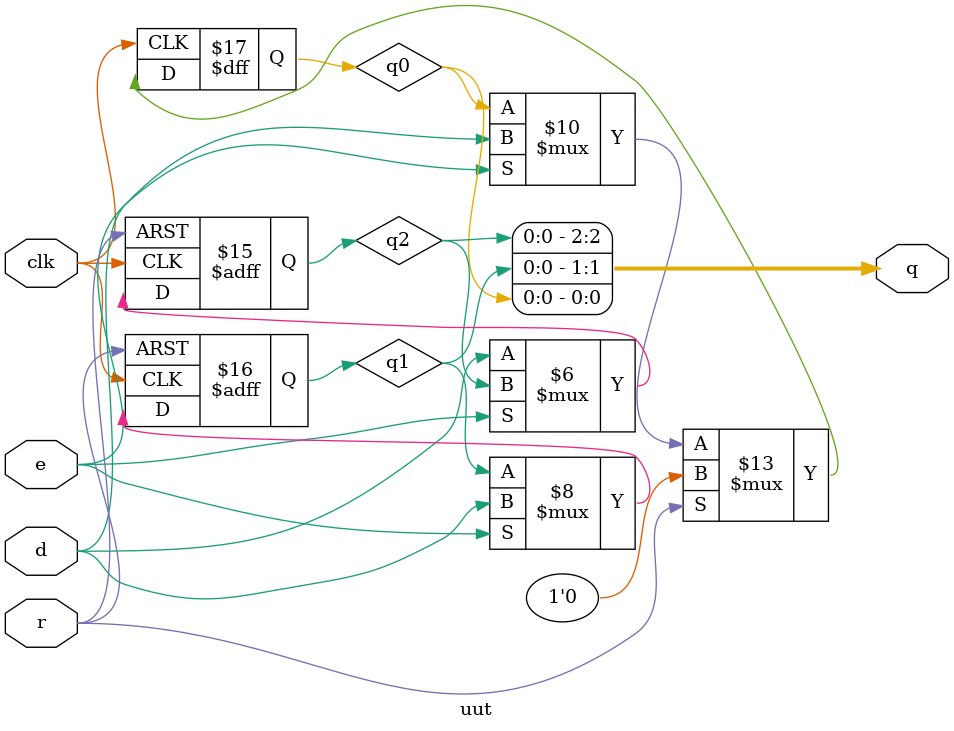
<source format=v>
`define MAXQ 2
module uut (
	input clk,
	input d, r, e,
	output [`MAXQ:0] q
);
	reg q0;
	always @(posedge clk) begin
		if (r)
			q0 <= 0;
		else if (e)
			q0 <= d;
	end

	reg q1;
	always @(posedge clk, posedge r) begin
		if (r)
			q1 <= 0;
		else if (e)
			q1 <= d;
	end

	reg q2;
	always @(posedge clk, negedge r) begin
		if (!r)
			q2 <= 0;
		else if (!e)
			q2 <= d;
	end

	assign q = {q2, q1, q0};
endmodule

`ifdef TESTBENCH
module testbench;
	reg clk;
	always #5 clk = (clk === 1'b0);

	reg d, r, e;

	wire [`MAXQ:0] q_uut;
	uut uut (.clk(clk), .d(d), .r(r), .e(e), .q(q_uut));

	wire [`MAXQ:0] q_syn;
	syn syn (.clk(clk), .d(d), .r(r), .e(e), .q(q_syn));

	task printq;
		reg [5*8-1:0] msg;
		begin
			msg = "OK";
			if (q_uut != q_syn) msg = "SYN";
			$display("%6t %b %b %s", $time, q_uut, q_syn, msg);
			if (msg != "OK") $stop;
		end
	endtask

	initial if(0) begin
		$dumpfile("async.vcd");
		$dumpvars(0, testbench);
	end

	initial begin
		@(posedge clk);
		d <= 0;
		r <= 0;
		e <= 0;
		@(posedge clk);
		e <= 1;
		@(posedge clk);
		e <= 0;
		repeat (10000) begin
			@(posedge clk);
			printq;
			d <= $random;
			r <= $random;
			e <= $random;
		end
		$display("OK");
		$finish;
	end
endmodule
`endif

</source>
